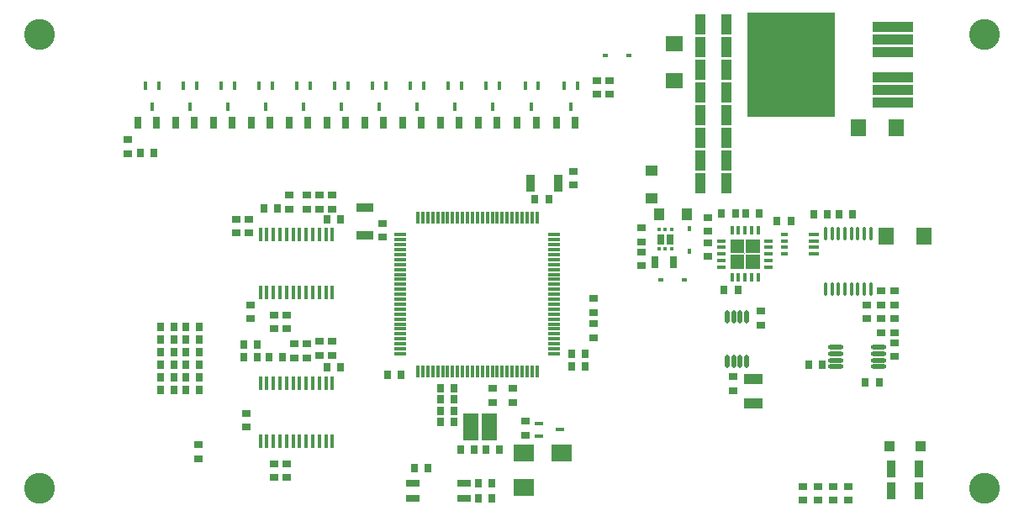
<source format=gbp>
G04*
G04 #@! TF.GenerationSoftware,Altium Limited,Altium Designer,18.1.1 (9)*
G04*
G04 Layer_Color=128*
%FSAX25Y25*%
%MOIN*%
G70*
G01*
G75*
%ADD19C,0.12205*%
%ADD20R,0.03543X0.02756*%
%ADD21R,0.02756X0.03543*%
%ADD25R,0.04331X0.04803*%
%ADD26R,0.01772X0.03347*%
%ADD34R,0.01968X0.01772*%
%ADD45R,0.01400X0.05600*%
%ADD124R,0.01181X0.04724*%
%ADD125R,0.04724X0.01181*%
%ADD126R,0.05906X0.10630*%
%ADD127R,0.03898X0.01595*%
%ADD128R,0.02992X0.01595*%
%ADD129R,0.03740X0.06693*%
%ADD130R,0.06693X0.03740*%
%ADD131R,0.04331X0.07874*%
%ADD132R,0.16339X0.04134*%
%ADD133R,0.34646X0.41732*%
%ADD134R,0.02756X0.05118*%
%ADD135R,0.05984X0.06614*%
%ADD136R,0.07480X0.04331*%
%ADD137O,0.01772X0.05315*%
%ADD138R,0.05512X0.03150*%
%ADD139O,0.01400X0.05800*%
%ADD141R,0.03800X0.01400*%
%ADD142R,0.01400X0.03800*%
%ADD143R,0.03937X0.04331*%
%ADD144R,0.01181X0.01772*%
%ADD146O,0.06299X0.01772*%
%ADD147R,0.08268X0.06693*%
%ADD148R,0.04803X0.04331*%
%ADD149R,0.03347X0.01772*%
%ADD150R,0.06614X0.05984*%
%ADD151R,0.01772X0.01968*%
G04:AMPARAMS|DCode=182|XSize=39.37mil|YSize=27.56mil|CornerRadius=0mil|HoleSize=0mil|Usage=FLASHONLY|Rotation=90.000|XOffset=0mil|YOffset=0mil|HoleType=Round|Shape=RoundedRectangle|*
%AMROUNDEDRECTD182*
21,1,0.03937,0.02756,0,0,90.0*
21,1,0.03937,0.02756,0,0,90.0*
1,1,0.00000,0.01378,0.01968*
1,1,0.00000,0.01378,-0.01968*
1,1,0.00000,-0.01378,-0.01968*
1,1,0.00000,-0.01378,0.01968*
%
%ADD182ROUNDEDRECTD182*%
%ADD183R,0.00100X0.00100*%
G36*
X0803256Y0640006D02*
Y0634494D01*
X0797744Y0634494D01*
X0797744Y0640006D01*
X0803256D01*
D02*
G37*
G36*
X0803256Y0646306D02*
Y0640794D01*
X0797744D01*
X0797744Y0646306D01*
X0803256D01*
D02*
G37*
G36*
X0809556Y0640006D02*
Y0634494D01*
X0804044D01*
X0804044Y0640006D01*
X0809556D01*
D02*
G37*
G36*
Y0646306D02*
Y0640794D01*
X0804044D01*
X0804044Y0646306D01*
X0809556D01*
D02*
G37*
D19*
X0524000Y0547500D02*
D03*
Y0727500D02*
D03*
X0898500Y0547500D02*
D03*
Y0727500D02*
D03*
D20*
X0607500Y0614744D02*
D03*
Y0620256D02*
D03*
X0852000D02*
D03*
Y0614744D02*
D03*
X0844500Y0548256D02*
D03*
Y0542744D02*
D03*
X0838500Y0548256D02*
D03*
Y0542744D02*
D03*
X0832500Y0542744D02*
D03*
Y0548256D02*
D03*
X0826500Y0548256D02*
D03*
Y0542744D02*
D03*
X0640000Y0663756D02*
D03*
Y0658244D02*
D03*
X0635000Y0663756D02*
D03*
Y0658244D02*
D03*
X0630000Y0663756D02*
D03*
Y0658244D02*
D03*
X0623000Y0663756D02*
D03*
Y0658244D02*
D03*
X0602000Y0648744D02*
D03*
Y0654256D02*
D03*
X0607000Y0648744D02*
D03*
Y0654256D02*
D03*
X0617000Y0610744D02*
D03*
Y0616256D02*
D03*
X0622000Y0610744D02*
D03*
Y0616256D02*
D03*
X0625000Y0604756D02*
D03*
Y0599244D02*
D03*
X0630000Y0604756D02*
D03*
Y0599244D02*
D03*
X0635000Y0605756D02*
D03*
Y0600244D02*
D03*
X0640000Y0605756D02*
D03*
Y0600244D02*
D03*
X0622000Y0551744D02*
D03*
Y0557256D02*
D03*
X0617000Y0551744D02*
D03*
Y0557256D02*
D03*
X0606000Y0577256D02*
D03*
Y0571744D02*
D03*
X0703500Y0581555D02*
D03*
Y0587067D02*
D03*
X0711500D02*
D03*
Y0581555D02*
D03*
X0857500Y0609244D02*
D03*
Y0614756D02*
D03*
X0863000Y0605256D02*
D03*
Y0599744D02*
D03*
Y0614756D02*
D03*
Y0609244D02*
D03*
X0788998Y0639344D02*
D03*
Y0644856D02*
D03*
Y0649344D02*
D03*
Y0654856D02*
D03*
X0587000Y0564756D02*
D03*
Y0559244D02*
D03*
X0857500Y0620244D02*
D03*
Y0625756D02*
D03*
X0716500Y0574012D02*
D03*
X0716500Y0568500D02*
D03*
X0863000Y0625756D02*
D03*
Y0620244D02*
D03*
X0743500Y0617244D02*
D03*
Y0622756D02*
D03*
Y0612756D02*
D03*
Y0607244D02*
D03*
X0735500Y0667744D02*
D03*
Y0673256D02*
D03*
X0750000Y0709256D02*
D03*
Y0703744D02*
D03*
X0745000Y0709256D02*
D03*
Y0703744D02*
D03*
X0559000Y0685756D02*
D03*
Y0680244D02*
D03*
X0810000Y0612244D02*
D03*
Y0617756D02*
D03*
X0798744Y0586244D02*
D03*
Y0591756D02*
D03*
X0762500Y0641256D02*
D03*
Y0635744D02*
D03*
Y0645244D02*
D03*
Y0650756D02*
D03*
X0660000Y0652567D02*
D03*
Y0647055D02*
D03*
D21*
X0612744Y0658500D02*
D03*
X0618256D02*
D03*
X0604744Y0604500D02*
D03*
X0610256D02*
D03*
X0604744Y0599500D02*
D03*
X0610256D02*
D03*
X0614744D02*
D03*
X0620256D02*
D03*
X0587256Y0601500D02*
D03*
X0581744Y0601500D02*
D03*
X0577256D02*
D03*
X0571744D02*
D03*
X0577256Y0606500D02*
D03*
X0571744Y0606500D02*
D03*
X0581744Y0606500D02*
D03*
X0587256D02*
D03*
X0571744Y0611500D02*
D03*
X0577256D02*
D03*
X0587256Y0611500D02*
D03*
X0581744Y0611500D02*
D03*
X0587256Y0596500D02*
D03*
X0581744D02*
D03*
X0577256Y0596500D02*
D03*
X0571744D02*
D03*
X0577256Y0591500D02*
D03*
X0571744Y0591500D02*
D03*
X0581744Y0591500D02*
D03*
X0587256Y0591500D02*
D03*
X0571744Y0586500D02*
D03*
X0577256D02*
D03*
X0587256Y0586500D02*
D03*
X0581744Y0586500D02*
D03*
X0846256Y0656000D02*
D03*
X0840744D02*
D03*
X0836256D02*
D03*
X0830744D02*
D03*
X0697744Y0549500D02*
D03*
X0703256Y0549500D02*
D03*
X0637744Y0595500D02*
D03*
X0643256D02*
D03*
X0637744Y0654000D02*
D03*
X0643256D02*
D03*
X0720244Y0662000D02*
D03*
X0725756D02*
D03*
X0740256Y0600811D02*
D03*
X0734744D02*
D03*
X0740256Y0595811D02*
D03*
X0734744D02*
D03*
X0682744Y0578311D02*
D03*
X0688256D02*
D03*
X0682744Y0573811D02*
D03*
X0688256D02*
D03*
Y0587311D02*
D03*
X0682744D02*
D03*
X0803744Y0656500D02*
D03*
X0809256D02*
D03*
X0794242Y0656600D02*
D03*
X0799754D02*
D03*
X0816244Y0653500D02*
D03*
X0821756D02*
D03*
X0800756Y0626000D02*
D03*
X0795244D02*
D03*
X0703256Y0543500D02*
D03*
X0697744Y0543500D02*
D03*
X0677984Y0555500D02*
D03*
X0672473D02*
D03*
X0834256Y0596500D02*
D03*
X0828744D02*
D03*
X0856756Y0589500D02*
D03*
X0851244D02*
D03*
X0682744Y0582811D02*
D03*
X0688256D02*
D03*
X0667256Y0592500D02*
D03*
X0661744D02*
D03*
X0690744Y0562811D02*
D03*
X0696256D02*
D03*
X0706256D02*
D03*
X0700744D02*
D03*
X0569256Y0680500D02*
D03*
X0563744D02*
D03*
D25*
X0780512Y0656000D02*
D03*
X0769488D02*
D03*
D26*
X0734559Y0698693D02*
D03*
X0737118Y0707000D02*
D03*
X0732000D02*
D03*
X0716500D02*
D03*
X0721618D02*
D03*
X0719059Y0698693D02*
D03*
X0703559D02*
D03*
X0706118Y0707000D02*
D03*
X0701000D02*
D03*
X0686000D02*
D03*
X0691118D02*
D03*
X0688559Y0698693D02*
D03*
X0673559D02*
D03*
X0676118Y0707000D02*
D03*
X0671000D02*
D03*
X0656000D02*
D03*
X0661118D02*
D03*
X0658559Y0698693D02*
D03*
X0643559D02*
D03*
X0646118Y0707000D02*
D03*
X0641000D02*
D03*
X0626000D02*
D03*
X0631118D02*
D03*
X0628559Y0698693D02*
D03*
X0613559D02*
D03*
X0616118Y0707000D02*
D03*
X0611000D02*
D03*
X0596000D02*
D03*
X0601118D02*
D03*
X0598559Y0698693D02*
D03*
X0583559D02*
D03*
X0586118Y0707000D02*
D03*
X0581000D02*
D03*
X0566000D02*
D03*
X0571118D02*
D03*
X0568559Y0698693D02*
D03*
D34*
X0748374Y0719000D02*
D03*
X0757626D02*
D03*
X0770374Y0630000D02*
D03*
X0779626D02*
D03*
D45*
X0640056Y0648300D02*
D03*
X0637456D02*
D03*
X0634856D02*
D03*
X0632256D02*
D03*
X0629656D02*
D03*
X0627056D02*
D03*
X0624456D02*
D03*
X0621856D02*
D03*
X0619256D02*
D03*
X0616656D02*
D03*
X0614056D02*
D03*
X0611456D02*
D03*
Y0625300D02*
D03*
X0614056D02*
D03*
X0616656D02*
D03*
X0619256D02*
D03*
X0621856D02*
D03*
X0624456D02*
D03*
X0627056D02*
D03*
X0629656D02*
D03*
X0632256D02*
D03*
X0634856D02*
D03*
X0637456D02*
D03*
X0640056D02*
D03*
Y0589300D02*
D03*
X0637456D02*
D03*
X0634856D02*
D03*
X0632256D02*
D03*
X0629656D02*
D03*
X0627056D02*
D03*
X0624456D02*
D03*
X0621856D02*
D03*
X0619256D02*
D03*
X0616656D02*
D03*
X0614056D02*
D03*
X0611456D02*
D03*
Y0566300D02*
D03*
X0614056D02*
D03*
X0616656D02*
D03*
X0619256D02*
D03*
X0621856D02*
D03*
X0624456D02*
D03*
X0627056D02*
D03*
X0629656D02*
D03*
X0632256D02*
D03*
X0634856D02*
D03*
X0637456D02*
D03*
X0640056D02*
D03*
D124*
X0721134Y0593925D02*
D03*
X0719165D02*
D03*
X0717197D02*
D03*
X0715228D02*
D03*
X0713260D02*
D03*
X0711291D02*
D03*
X0709323D02*
D03*
X0707354D02*
D03*
X0705386D02*
D03*
X0703417D02*
D03*
X0701449D02*
D03*
X0699480D02*
D03*
X0697512D02*
D03*
X0695543D02*
D03*
X0693575D02*
D03*
X0691606D02*
D03*
X0689638D02*
D03*
X0687669D02*
D03*
X0685701D02*
D03*
X0683732D02*
D03*
X0681764D02*
D03*
X0679795D02*
D03*
X0677827D02*
D03*
X0675858D02*
D03*
X0673890D02*
D03*
Y0654949D02*
D03*
X0675858D02*
D03*
X0677827D02*
D03*
X0679795D02*
D03*
X0681764D02*
D03*
X0683732D02*
D03*
X0685701D02*
D03*
X0687669D02*
D03*
X0689638D02*
D03*
X0691606D02*
D03*
X0693575D02*
D03*
X0695543D02*
D03*
X0697512D02*
D03*
X0699480D02*
D03*
X0701449D02*
D03*
X0703417D02*
D03*
X0705386D02*
D03*
X0707354D02*
D03*
X0709323D02*
D03*
X0711291D02*
D03*
X0713260D02*
D03*
X0715228D02*
D03*
X0717197D02*
D03*
X0719165D02*
D03*
X0721134D02*
D03*
D125*
X0667000Y0600815D02*
D03*
Y0602783D02*
D03*
Y0604752D02*
D03*
Y0606720D02*
D03*
Y0608689D02*
D03*
Y0610657D02*
D03*
Y0612626D02*
D03*
Y0614594D02*
D03*
Y0616563D02*
D03*
Y0618531D02*
D03*
Y0620500D02*
D03*
Y0622468D02*
D03*
Y0624437D02*
D03*
Y0626405D02*
D03*
Y0628374D02*
D03*
Y0630343D02*
D03*
Y0632311D02*
D03*
Y0634280D02*
D03*
Y0636248D02*
D03*
Y0638217D02*
D03*
Y0640185D02*
D03*
Y0642154D02*
D03*
Y0644122D02*
D03*
Y0646091D02*
D03*
Y0648059D02*
D03*
X0728024D02*
D03*
Y0646091D02*
D03*
Y0644122D02*
D03*
Y0642154D02*
D03*
Y0640185D02*
D03*
Y0638217D02*
D03*
Y0636248D02*
D03*
Y0634280D02*
D03*
Y0632311D02*
D03*
Y0630343D02*
D03*
Y0628374D02*
D03*
Y0626405D02*
D03*
Y0624437D02*
D03*
Y0622469D02*
D03*
Y0620500D02*
D03*
Y0618531D02*
D03*
Y0616563D02*
D03*
Y0614594D02*
D03*
Y0612626D02*
D03*
Y0610657D02*
D03*
Y0608689D02*
D03*
Y0606720D02*
D03*
Y0604752D02*
D03*
Y0602783D02*
D03*
Y0600815D02*
D03*
D126*
X0694760Y0571811D02*
D03*
X0702240D02*
D03*
D127*
X0831000Y0648197D02*
D03*
Y0645598D02*
D03*
Y0643000D02*
D03*
Y0640402D02*
D03*
D128*
X0819248Y0648197D02*
D03*
Y0645598D02*
D03*
Y0643000D02*
D03*
Y0640402D02*
D03*
D129*
X0718488Y0668500D02*
D03*
X0729512D02*
D03*
X0872512Y0546500D02*
D03*
X0861488D02*
D03*
Y0555000D02*
D03*
X0872512D02*
D03*
D130*
X0653000Y0658823D02*
D03*
Y0647799D02*
D03*
D131*
X0785882Y0668500D02*
D03*
X0796118D02*
D03*
Y0677500D02*
D03*
X0785882D02*
D03*
X0796118Y0686500D02*
D03*
X0785882D02*
D03*
Y0713500D02*
D03*
X0796118D02*
D03*
Y0731500D02*
D03*
X0785882D02*
D03*
Y0722500D02*
D03*
X0796118D02*
D03*
Y0704500D02*
D03*
X0785882D02*
D03*
Y0695500D02*
D03*
X0796118D02*
D03*
D132*
X0862106Y0730500D02*
D03*
Y0725500D02*
D03*
Y0720500D02*
D03*
Y0710500D02*
D03*
Y0705500D02*
D03*
Y0700500D02*
D03*
D133*
X0821949Y0715500D02*
D03*
D134*
X0570240Y0692500D02*
D03*
X0562760D02*
D03*
X0585240D02*
D03*
X0577760D02*
D03*
X0600240D02*
D03*
X0592760D02*
D03*
X0615240D02*
D03*
X0607760D02*
D03*
X0630240D02*
D03*
X0622760D02*
D03*
X0645240D02*
D03*
X0637760D02*
D03*
X0660240D02*
D03*
X0652760D02*
D03*
X0675240D02*
D03*
X0667760D02*
D03*
X0690240D02*
D03*
X0682760D02*
D03*
X0705240D02*
D03*
X0697760D02*
D03*
X0720740D02*
D03*
X0713260D02*
D03*
X0736240D02*
D03*
X0728760D02*
D03*
X0767760Y0637000D02*
D03*
X0775240D02*
D03*
D135*
X0863402Y0690500D02*
D03*
X0848598D02*
D03*
X0874402Y0647500D02*
D03*
X0859598D02*
D03*
D136*
X0806920Y0590971D02*
D03*
Y0581128D02*
D03*
D137*
X0804259Y0597982D02*
D03*
X0801700Y0597982D02*
D03*
X0799140D02*
D03*
X0796581Y0597982D02*
D03*
X0804259Y0615502D02*
D03*
X0801700Y0615502D02*
D03*
X0799140D02*
D03*
X0796581Y0615502D02*
D03*
D138*
X0671849Y0543646D02*
D03*
Y0549354D02*
D03*
X0692321Y0543646D02*
D03*
X0692321Y0549354D02*
D03*
D139*
X0853457Y0648600D02*
D03*
X0850898D02*
D03*
X0848339D02*
D03*
X0845780D02*
D03*
X0843220D02*
D03*
X0840661D02*
D03*
X0838102D02*
D03*
X0835543D02*
D03*
Y0626400D02*
D03*
X0838102D02*
D03*
X0840661D02*
D03*
X0843220D02*
D03*
X0845780D02*
D03*
X0848339D02*
D03*
X0850898D02*
D03*
X0853457D02*
D03*
D141*
X0813000Y0635200D02*
D03*
Y0637800D02*
D03*
Y0640400D02*
D03*
Y0643000D02*
D03*
Y0645600D02*
D03*
X0794300D02*
D03*
Y0643000D02*
D03*
Y0640400D02*
D03*
Y0637800D02*
D03*
Y0635200D02*
D03*
D142*
X0808850Y0649750D02*
D03*
X0806250D02*
D03*
X0803650D02*
D03*
X0801050D02*
D03*
X0798450D02*
D03*
Y0631050D02*
D03*
X0801050D02*
D03*
X0803650D02*
D03*
X0806250D02*
D03*
X0808850D02*
D03*
D143*
X0860898Y0564000D02*
D03*
X0873102D02*
D03*
D144*
X0774618Y0642323D02*
D03*
X0772059D02*
D03*
X0769500D02*
D03*
Y0650000D02*
D03*
X0772059D02*
D03*
X0774618D02*
D03*
D146*
X0839535Y0595661D02*
D03*
Y0598220D02*
D03*
Y0600780D02*
D03*
Y0603339D02*
D03*
X0856465Y0595661D02*
D03*
Y0598220D02*
D03*
Y0600780D02*
D03*
Y0603339D02*
D03*
D147*
X0716020Y0561646D02*
D03*
Y0547866D02*
D03*
X0730980Y0561646D02*
D03*
D148*
X0766500Y0673512D02*
D03*
Y0662488D02*
D03*
D149*
X0730154Y0570756D02*
D03*
X0721846Y0573315D02*
D03*
Y0568197D02*
D03*
D150*
X0775500Y0723902D02*
D03*
Y0709098D02*
D03*
D151*
X0781500Y0641374D02*
D03*
Y0650626D02*
D03*
D182*
X0773831Y0646161D02*
D03*
X0770287D02*
D03*
D183*
X0803650Y0640400D02*
D03*
M02*

</source>
